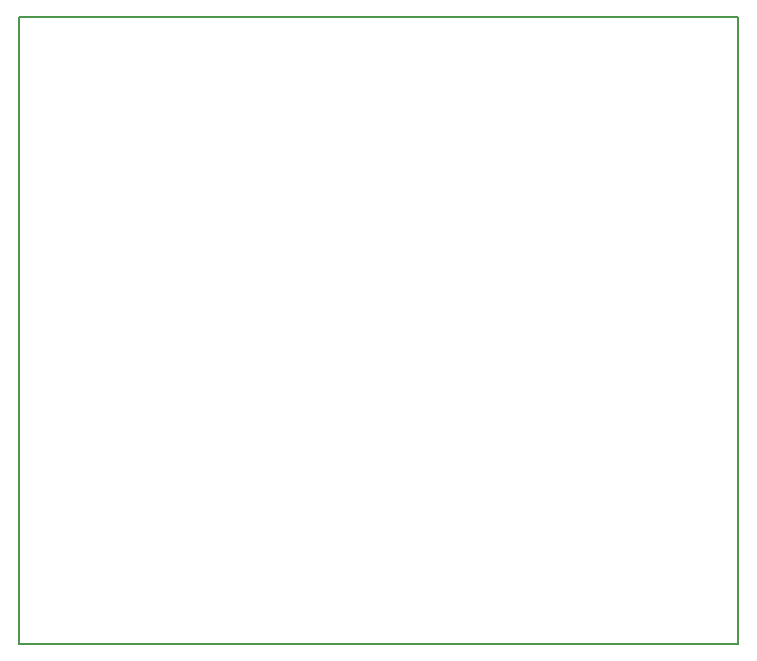
<source format=gm1>
G04 MADE WITH FRITZING*
G04 WWW.FRITZING.ORG*
G04 DOUBLE SIDED*
G04 HOLES PLATED*
G04 CONTOUR ON CENTER OF CONTOUR VECTOR*
%ASAXBY*%
%FSLAX23Y23*%
%MOIN*%
%OFA0B0*%
%SFA1.0B1.0*%
%ADD10R,2.403200X2.098810*%
%ADD11C,0.008000*%
%ADD10C,0.008*%
%LNCONTOUR*%
G90*
G70*
G54D10*
G54D11*
X4Y2095D02*
X2399Y2095D01*
X2399Y4D01*
X4Y4D01*
X4Y2095D01*
D02*
G04 End of contour*
M02*
</source>
